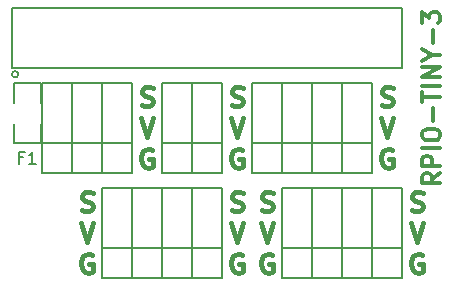
<source format=gto>
G04 #@! TF.FileFunction,Legend,Top*
%FSLAX46Y46*%
G04 Gerber Fmt 4.6, Leading zero omitted, Abs format (unit mm)*
G04 Created by KiCad (PCBNEW (after 2015-mar-04 BZR unknown)-product) date 6/20/2015 5:15:52 PM*
%MOMM*%
G01*
G04 APERTURE LIST*
%ADD10C,0.150000*%
%ADD11C,0.200000*%
%ADD12C,0.381000*%
%ADD13C,0.300000*%
%ADD14C,0.203200*%
%ADD15C,0.152400*%
%ADD16C,0.127000*%
G04 APERTURE END LIST*
D10*
D11*
X46243408Y-36068000D02*
G75*
G03X46243408Y-36068000I-269408J0D01*
G01*
D12*
X51616429Y-47569060D02*
X51843215Y-47644655D01*
X52221191Y-47644655D01*
X52372381Y-47569060D01*
X52447977Y-47493464D01*
X52523572Y-47342274D01*
X52523572Y-47191083D01*
X52447977Y-47039893D01*
X52372381Y-46964298D01*
X52221191Y-46888702D01*
X51918810Y-46813107D01*
X51767619Y-46737512D01*
X51692024Y-46661917D01*
X51616429Y-46510726D01*
X51616429Y-46359536D01*
X51692024Y-46208345D01*
X51767619Y-46132750D01*
X51918810Y-46057155D01*
X52296786Y-46057155D01*
X52523572Y-46132750D01*
X51540833Y-48660655D02*
X52070000Y-50248155D01*
X52599167Y-48660655D01*
X52485774Y-51339750D02*
X52334583Y-51264155D01*
X52107798Y-51264155D01*
X51881012Y-51339750D01*
X51729821Y-51490940D01*
X51654226Y-51642131D01*
X51578631Y-51944512D01*
X51578631Y-52171298D01*
X51654226Y-52473679D01*
X51729821Y-52624869D01*
X51881012Y-52776060D01*
X52107798Y-52851655D01*
X52258988Y-52851655D01*
X52485774Y-52776060D01*
X52561369Y-52700464D01*
X52561369Y-52171298D01*
X52258988Y-52171298D01*
X66856429Y-47569060D02*
X67083215Y-47644655D01*
X67461191Y-47644655D01*
X67612381Y-47569060D01*
X67687977Y-47493464D01*
X67763572Y-47342274D01*
X67763572Y-47191083D01*
X67687977Y-47039893D01*
X67612381Y-46964298D01*
X67461191Y-46888702D01*
X67158810Y-46813107D01*
X67007619Y-46737512D01*
X66932024Y-46661917D01*
X66856429Y-46510726D01*
X66856429Y-46359536D01*
X66932024Y-46208345D01*
X67007619Y-46132750D01*
X67158810Y-46057155D01*
X67536786Y-46057155D01*
X67763572Y-46132750D01*
X66780833Y-48660655D02*
X67310000Y-50248155D01*
X67839167Y-48660655D01*
X67725774Y-51339750D02*
X67574583Y-51264155D01*
X67347798Y-51264155D01*
X67121012Y-51339750D01*
X66969821Y-51490940D01*
X66894226Y-51642131D01*
X66818631Y-51944512D01*
X66818631Y-52171298D01*
X66894226Y-52473679D01*
X66969821Y-52624869D01*
X67121012Y-52776060D01*
X67347798Y-52851655D01*
X67498988Y-52851655D01*
X67725774Y-52776060D01*
X67801369Y-52700464D01*
X67801369Y-52171298D01*
X67498988Y-52171298D01*
X64316429Y-47569060D02*
X64543215Y-47644655D01*
X64921191Y-47644655D01*
X65072381Y-47569060D01*
X65147977Y-47493464D01*
X65223572Y-47342274D01*
X65223572Y-47191083D01*
X65147977Y-47039893D01*
X65072381Y-46964298D01*
X64921191Y-46888702D01*
X64618810Y-46813107D01*
X64467619Y-46737512D01*
X64392024Y-46661917D01*
X64316429Y-46510726D01*
X64316429Y-46359536D01*
X64392024Y-46208345D01*
X64467619Y-46132750D01*
X64618810Y-46057155D01*
X64996786Y-46057155D01*
X65223572Y-46132750D01*
X64240833Y-48660655D02*
X64770000Y-50248155D01*
X65299167Y-48660655D01*
X65185774Y-51339750D02*
X65034583Y-51264155D01*
X64807798Y-51264155D01*
X64581012Y-51339750D01*
X64429821Y-51490940D01*
X64354226Y-51642131D01*
X64278631Y-51944512D01*
X64278631Y-52171298D01*
X64354226Y-52473679D01*
X64429821Y-52624869D01*
X64581012Y-52776060D01*
X64807798Y-52851655D01*
X64958988Y-52851655D01*
X65185774Y-52776060D01*
X65261369Y-52700464D01*
X65261369Y-52171298D01*
X64958988Y-52171298D01*
X56696429Y-38679060D02*
X56923215Y-38754655D01*
X57301191Y-38754655D01*
X57452381Y-38679060D01*
X57527977Y-38603464D01*
X57603572Y-38452274D01*
X57603572Y-38301083D01*
X57527977Y-38149893D01*
X57452381Y-38074298D01*
X57301191Y-37998702D01*
X56998810Y-37923107D01*
X56847619Y-37847512D01*
X56772024Y-37771917D01*
X56696429Y-37620726D01*
X56696429Y-37469536D01*
X56772024Y-37318345D01*
X56847619Y-37242750D01*
X56998810Y-37167155D01*
X57376786Y-37167155D01*
X57603572Y-37242750D01*
X56620833Y-39770655D02*
X57150000Y-41358155D01*
X57679167Y-39770655D01*
X57565774Y-42449750D02*
X57414583Y-42374155D01*
X57187798Y-42374155D01*
X56961012Y-42449750D01*
X56809821Y-42600940D01*
X56734226Y-42752131D01*
X56658631Y-43054512D01*
X56658631Y-43281298D01*
X56734226Y-43583679D01*
X56809821Y-43734869D01*
X56961012Y-43886060D01*
X57187798Y-43961655D01*
X57338988Y-43961655D01*
X57565774Y-43886060D01*
X57641369Y-43810464D01*
X57641369Y-43281298D01*
X57338988Y-43281298D01*
X64316429Y-38679060D02*
X64543215Y-38754655D01*
X64921191Y-38754655D01*
X65072381Y-38679060D01*
X65147977Y-38603464D01*
X65223572Y-38452274D01*
X65223572Y-38301083D01*
X65147977Y-38149893D01*
X65072381Y-38074298D01*
X64921191Y-37998702D01*
X64618810Y-37923107D01*
X64467619Y-37847512D01*
X64392024Y-37771917D01*
X64316429Y-37620726D01*
X64316429Y-37469536D01*
X64392024Y-37318345D01*
X64467619Y-37242750D01*
X64618810Y-37167155D01*
X64996786Y-37167155D01*
X65223572Y-37242750D01*
X64240833Y-39770655D02*
X64770000Y-41358155D01*
X65299167Y-39770655D01*
X65185774Y-42449750D02*
X65034583Y-42374155D01*
X64807798Y-42374155D01*
X64581012Y-42449750D01*
X64429821Y-42600940D01*
X64354226Y-42752131D01*
X64278631Y-43054512D01*
X64278631Y-43281298D01*
X64354226Y-43583679D01*
X64429821Y-43734869D01*
X64581012Y-43886060D01*
X64807798Y-43961655D01*
X64958988Y-43961655D01*
X65185774Y-43886060D01*
X65261369Y-43810464D01*
X65261369Y-43281298D01*
X64958988Y-43281298D01*
X79556429Y-47569060D02*
X79783215Y-47644655D01*
X80161191Y-47644655D01*
X80312381Y-47569060D01*
X80387977Y-47493464D01*
X80463572Y-47342274D01*
X80463572Y-47191083D01*
X80387977Y-47039893D01*
X80312381Y-46964298D01*
X80161191Y-46888702D01*
X79858810Y-46813107D01*
X79707619Y-46737512D01*
X79632024Y-46661917D01*
X79556429Y-46510726D01*
X79556429Y-46359536D01*
X79632024Y-46208345D01*
X79707619Y-46132750D01*
X79858810Y-46057155D01*
X80236786Y-46057155D01*
X80463572Y-46132750D01*
X79480833Y-48660655D02*
X80010000Y-50248155D01*
X80539167Y-48660655D01*
X80425774Y-51339750D02*
X80274583Y-51264155D01*
X80047798Y-51264155D01*
X79821012Y-51339750D01*
X79669821Y-51490940D01*
X79594226Y-51642131D01*
X79518631Y-51944512D01*
X79518631Y-52171298D01*
X79594226Y-52473679D01*
X79669821Y-52624869D01*
X79821012Y-52776060D01*
X80047798Y-52851655D01*
X80198988Y-52851655D01*
X80425774Y-52776060D01*
X80501369Y-52700464D01*
X80501369Y-52171298D01*
X80198988Y-52171298D01*
D13*
X81958571Y-44457143D02*
X81244286Y-44957143D01*
X81958571Y-45314286D02*
X80458571Y-45314286D01*
X80458571Y-44742858D01*
X80530000Y-44600000D01*
X80601429Y-44528572D01*
X80744286Y-44457143D01*
X80958571Y-44457143D01*
X81101429Y-44528572D01*
X81172857Y-44600000D01*
X81244286Y-44742858D01*
X81244286Y-45314286D01*
X81958571Y-43814286D02*
X80458571Y-43814286D01*
X80458571Y-43242858D01*
X80530000Y-43100000D01*
X80601429Y-43028572D01*
X80744286Y-42957143D01*
X80958571Y-42957143D01*
X81101429Y-43028572D01*
X81172857Y-43100000D01*
X81244286Y-43242858D01*
X81244286Y-43814286D01*
X81958571Y-42314286D02*
X80458571Y-42314286D01*
X80458571Y-41314286D02*
X80458571Y-41028572D01*
X80530000Y-40885714D01*
X80672857Y-40742857D01*
X80958571Y-40671429D01*
X81458571Y-40671429D01*
X81744286Y-40742857D01*
X81887143Y-40885714D01*
X81958571Y-41028572D01*
X81958571Y-41314286D01*
X81887143Y-41457143D01*
X81744286Y-41600000D01*
X81458571Y-41671429D01*
X80958571Y-41671429D01*
X80672857Y-41600000D01*
X80530000Y-41457143D01*
X80458571Y-41314286D01*
X81387143Y-40028571D02*
X81387143Y-38885714D01*
X80458571Y-38385714D02*
X80458571Y-37528571D01*
X81958571Y-37957142D02*
X80458571Y-37957142D01*
X81958571Y-37028571D02*
X80458571Y-37028571D01*
X81958571Y-36314285D02*
X80458571Y-36314285D01*
X81958571Y-35457142D01*
X80458571Y-35457142D01*
X81244286Y-34457142D02*
X81958571Y-34457142D01*
X80458571Y-34957142D02*
X81244286Y-34457142D01*
X80458571Y-33957142D01*
X81387143Y-33457142D02*
X81387143Y-32314285D01*
X80458571Y-31742856D02*
X80458571Y-30814285D01*
X81030000Y-31314285D01*
X81030000Y-31099999D01*
X81101429Y-30957142D01*
X81172857Y-30885713D01*
X81315714Y-30814285D01*
X81672857Y-30814285D01*
X81815714Y-30885713D01*
X81887143Y-30957142D01*
X81958571Y-31099999D01*
X81958571Y-31528571D01*
X81887143Y-31671428D01*
X81815714Y-31742856D01*
D12*
X77016429Y-38679060D02*
X77243215Y-38754655D01*
X77621191Y-38754655D01*
X77772381Y-38679060D01*
X77847977Y-38603464D01*
X77923572Y-38452274D01*
X77923572Y-38301083D01*
X77847977Y-38149893D01*
X77772381Y-38074298D01*
X77621191Y-37998702D01*
X77318810Y-37923107D01*
X77167619Y-37847512D01*
X77092024Y-37771917D01*
X77016429Y-37620726D01*
X77016429Y-37469536D01*
X77092024Y-37318345D01*
X77167619Y-37242750D01*
X77318810Y-37167155D01*
X77696786Y-37167155D01*
X77923572Y-37242750D01*
X76940833Y-39770655D02*
X77470000Y-41358155D01*
X77999167Y-39770655D01*
X77885774Y-42449750D02*
X77734583Y-42374155D01*
X77507798Y-42374155D01*
X77281012Y-42449750D01*
X77129821Y-42600940D01*
X77054226Y-42752131D01*
X76978631Y-43054512D01*
X76978631Y-43281298D01*
X77054226Y-43583679D01*
X77129821Y-43734869D01*
X77281012Y-43886060D01*
X77507798Y-43961655D01*
X77658988Y-43961655D01*
X77885774Y-43886060D01*
X77961369Y-43810464D01*
X77961369Y-43281298D01*
X77658988Y-43281298D01*
D14*
X45720000Y-35560000D02*
X78740000Y-35560000D01*
X78740000Y-30480000D02*
X45720000Y-30480000D01*
X45720000Y-30480000D02*
X45720000Y-35560000D01*
X78740000Y-35560000D02*
X78740000Y-30480000D01*
D15*
X55880000Y-44450000D02*
X53340000Y-44450000D01*
X53340000Y-44450000D02*
X53340000Y-36830000D01*
X53340000Y-36830000D02*
X55880000Y-36830000D01*
X55880000Y-36830000D02*
X55880000Y-44450000D01*
X53340000Y-41910000D02*
X55880000Y-41910000D01*
X63500000Y-44450000D02*
X60960000Y-44450000D01*
X60960000Y-44450000D02*
X60960000Y-36830000D01*
X60960000Y-36830000D02*
X63500000Y-36830000D01*
X63500000Y-36830000D02*
X63500000Y-44450000D01*
X60960000Y-41910000D02*
X63500000Y-41910000D01*
X71120000Y-44450000D02*
X68580000Y-44450000D01*
X68580000Y-44450000D02*
X68580000Y-36830000D01*
X68580000Y-36830000D02*
X71120000Y-36830000D01*
X71120000Y-36830000D02*
X71120000Y-44450000D01*
X68580000Y-41910000D02*
X71120000Y-41910000D01*
X76200000Y-44450000D02*
X73660000Y-44450000D01*
X73660000Y-44450000D02*
X73660000Y-36830000D01*
X73660000Y-36830000D02*
X76200000Y-36830000D01*
X76200000Y-36830000D02*
X76200000Y-44450000D01*
X73660000Y-41910000D02*
X76200000Y-41910000D01*
X68580000Y-44450000D02*
X66040000Y-44450000D01*
X66040000Y-44450000D02*
X66040000Y-36830000D01*
X66040000Y-36830000D02*
X68580000Y-36830000D01*
X68580000Y-36830000D02*
X68580000Y-44450000D01*
X66040000Y-41910000D02*
X68580000Y-41910000D01*
X73660000Y-44450000D02*
X71120000Y-44450000D01*
X71120000Y-44450000D02*
X71120000Y-36830000D01*
X71120000Y-36830000D02*
X73660000Y-36830000D01*
X73660000Y-36830000D02*
X73660000Y-44450000D01*
X71120000Y-41910000D02*
X73660000Y-41910000D01*
D16*
X45847000Y-41910000D02*
X48133000Y-41910000D01*
X48133000Y-41910000D02*
X48133000Y-40259000D01*
X45847000Y-38481000D02*
X45847000Y-36830000D01*
X45847000Y-36830000D02*
X48133000Y-36830000D01*
X48133000Y-36830000D02*
X48133000Y-38481000D01*
X45847000Y-40259000D02*
X45847000Y-41910000D01*
D15*
X60960000Y-44450000D02*
X58420000Y-44450000D01*
X58420000Y-44450000D02*
X58420000Y-36830000D01*
X58420000Y-36830000D02*
X60960000Y-36830000D01*
X60960000Y-36830000D02*
X60960000Y-44450000D01*
X58420000Y-41910000D02*
X60960000Y-41910000D01*
X63500000Y-53340000D02*
X60960000Y-53340000D01*
X60960000Y-53340000D02*
X60960000Y-45720000D01*
X60960000Y-45720000D02*
X63500000Y-45720000D01*
X63500000Y-45720000D02*
X63500000Y-53340000D01*
X60960000Y-50800000D02*
X63500000Y-50800000D01*
X71120000Y-53340000D02*
X68580000Y-53340000D01*
X68580000Y-53340000D02*
X68580000Y-45720000D01*
X68580000Y-45720000D02*
X71120000Y-45720000D01*
X71120000Y-45720000D02*
X71120000Y-53340000D01*
X68580000Y-50800000D02*
X71120000Y-50800000D01*
X73660000Y-53340000D02*
X71120000Y-53340000D01*
X71120000Y-53340000D02*
X71120000Y-45720000D01*
X71120000Y-45720000D02*
X73660000Y-45720000D01*
X73660000Y-45720000D02*
X73660000Y-53340000D01*
X71120000Y-50800000D02*
X73660000Y-50800000D01*
X76200000Y-53340000D02*
X73660000Y-53340000D01*
X73660000Y-53340000D02*
X73660000Y-45720000D01*
X73660000Y-45720000D02*
X76200000Y-45720000D01*
X76200000Y-45720000D02*
X76200000Y-53340000D01*
X73660000Y-50800000D02*
X76200000Y-50800000D01*
X78740000Y-53340000D02*
X76200000Y-53340000D01*
X76200000Y-53340000D02*
X76200000Y-45720000D01*
X76200000Y-45720000D02*
X78740000Y-45720000D01*
X78740000Y-45720000D02*
X78740000Y-53340000D01*
X76200000Y-50800000D02*
X78740000Y-50800000D01*
X53340000Y-44450000D02*
X50800000Y-44450000D01*
X50800000Y-44450000D02*
X50800000Y-36830000D01*
X50800000Y-36830000D02*
X53340000Y-36830000D01*
X53340000Y-36830000D02*
X53340000Y-44450000D01*
X50800000Y-41910000D02*
X53340000Y-41910000D01*
X58420000Y-53340000D02*
X55880000Y-53340000D01*
X55880000Y-53340000D02*
X55880000Y-45720000D01*
X55880000Y-45720000D02*
X58420000Y-45720000D01*
X58420000Y-45720000D02*
X58420000Y-53340000D01*
X55880000Y-50800000D02*
X58420000Y-50800000D01*
X50800000Y-44450000D02*
X48260000Y-44450000D01*
X48260000Y-44450000D02*
X48260000Y-36830000D01*
X48260000Y-36830000D02*
X50800000Y-36830000D01*
X50800000Y-36830000D02*
X50800000Y-44450000D01*
X48260000Y-41910000D02*
X50800000Y-41910000D01*
X55880000Y-53340000D02*
X53340000Y-53340000D01*
X53340000Y-53340000D02*
X53340000Y-45720000D01*
X53340000Y-45720000D02*
X55880000Y-45720000D01*
X55880000Y-45720000D02*
X55880000Y-53340000D01*
X53340000Y-50800000D02*
X55880000Y-50800000D01*
X60960000Y-53340000D02*
X58420000Y-53340000D01*
X58420000Y-53340000D02*
X58420000Y-45720000D01*
X58420000Y-45720000D02*
X60960000Y-45720000D01*
X60960000Y-45720000D02*
X60960000Y-53340000D01*
X58420000Y-50800000D02*
X60960000Y-50800000D01*
D10*
X46656667Y-43108571D02*
X46323333Y-43108571D01*
X46323333Y-43632381D02*
X46323333Y-42632381D01*
X46799524Y-42632381D01*
X47704286Y-43632381D02*
X47132857Y-43632381D01*
X47418571Y-43632381D02*
X47418571Y-42632381D01*
X47323333Y-42775238D01*
X47228095Y-42870476D01*
X47132857Y-42918095D01*
M02*

</source>
